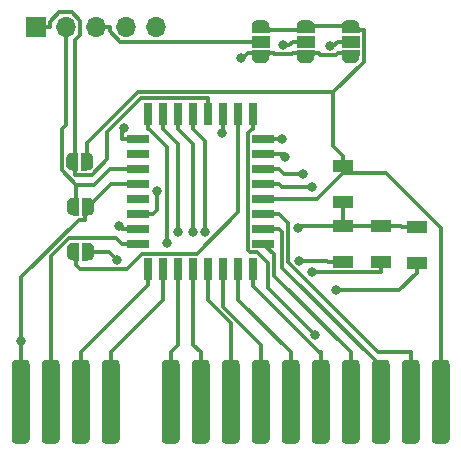
<source format=gbr>
G04 #@! TF.GenerationSoftware,KiCad,Pcbnew,5.0.0-rc2-be01b52~65~ubuntu18.04.1*
G04 #@! TF.CreationDate,2018-06-11T23:06:02+04:00*
G04 #@! TF.ProjectId,interface2_cartridge,696E74657266616365325F6361727472,rev?*
G04 #@! TF.SameCoordinates,Original*
G04 #@! TF.FileFunction,Copper,L1,Top,Signal*
G04 #@! TF.FilePolarity,Positive*
%FSLAX46Y46*%
G04 Gerber Fmt 4.6, Leading zero omitted, Abs format (unit mm)*
G04 Created by KiCad (PCBNEW 5.0.0-rc2-be01b52~65~ubuntu18.04.1) date Mon Jun 11 23:06:02 2018*
%MOMM*%
%LPD*%
G01*
G04 APERTURE LIST*
G04 #@! TA.AperFunction,Conductor*
%ADD10C,0.100000*%
G04 #@! TD*
G04 #@! TA.AperFunction,Conductor*
%ADD11C,1.524000*%
G04 #@! TD*
G04 #@! TA.AperFunction,SMDPad,CuDef*
%ADD12R,1.800000X1.070000*%
G04 #@! TD*
G04 #@! TA.AperFunction,SMDPad,CuDef*
%ADD13R,1.500000X0.500000*%
G04 #@! TD*
G04 #@! TA.AperFunction,SMDPad,CuDef*
%ADD14C,1.000000*%
G04 #@! TD*
G04 #@! TA.AperFunction,SMDPad,CuDef*
%ADD15R,1.500000X1.000000*%
G04 #@! TD*
G04 #@! TA.AperFunction,SMDPad,CuDef*
%ADD16R,0.700000X1.925000*%
G04 #@! TD*
G04 #@! TA.AperFunction,SMDPad,CuDef*
%ADD17R,1.925000X0.700000*%
G04 #@! TD*
G04 #@! TA.AperFunction,ComponentPad*
%ADD18R,1.700000X1.700000*%
G04 #@! TD*
G04 #@! TA.AperFunction,ComponentPad*
%ADD19O,1.700000X1.700000*%
G04 #@! TD*
G04 #@! TA.AperFunction,SMDPad,CuDef*
%ADD20R,0.500000X1.500000*%
G04 #@! TD*
G04 #@! TA.AperFunction,ViaPad*
%ADD21C,0.800000*%
G04 #@! TD*
G04 #@! TA.AperFunction,Conductor*
%ADD22C,0.300000*%
G04 #@! TD*
G04 APERTURE END LIST*
D10*
G04 #@! TO.N,+5V*
G04 #@! TO.C,J1*
G36*
X114718345Y-80265835D02*
X114755329Y-80271321D01*
X114791598Y-80280406D01*
X114826802Y-80293002D01*
X114860602Y-80308988D01*
X114892672Y-80328210D01*
X114922704Y-80350483D01*
X114950408Y-80375592D01*
X114975517Y-80403296D01*
X114997790Y-80433328D01*
X115017012Y-80465398D01*
X115032998Y-80499198D01*
X115045594Y-80534402D01*
X115054679Y-80570671D01*
X115060165Y-80607655D01*
X115062000Y-80645000D01*
X115062000Y-86995000D01*
X115060165Y-87032345D01*
X115054679Y-87069329D01*
X115045594Y-87105598D01*
X115032998Y-87140802D01*
X115017012Y-87174602D01*
X114997790Y-87206672D01*
X114975517Y-87236704D01*
X114950408Y-87264408D01*
X114922704Y-87289517D01*
X114892672Y-87311790D01*
X114860602Y-87331012D01*
X114826802Y-87346998D01*
X114791598Y-87359594D01*
X114755329Y-87368679D01*
X114718345Y-87374165D01*
X114681000Y-87376000D01*
X113919000Y-87376000D01*
X113881655Y-87374165D01*
X113844671Y-87368679D01*
X113808402Y-87359594D01*
X113773198Y-87346998D01*
X113739398Y-87331012D01*
X113707328Y-87311790D01*
X113677296Y-87289517D01*
X113649592Y-87264408D01*
X113624483Y-87236704D01*
X113602210Y-87206672D01*
X113582988Y-87174602D01*
X113567002Y-87140802D01*
X113554406Y-87105598D01*
X113545321Y-87069329D01*
X113539835Y-87032345D01*
X113538000Y-86995000D01*
X113538000Y-80645000D01*
X113539835Y-80607655D01*
X113545321Y-80570671D01*
X113554406Y-80534402D01*
X113567002Y-80499198D01*
X113582988Y-80465398D01*
X113602210Y-80433328D01*
X113624483Y-80403296D01*
X113649592Y-80375592D01*
X113677296Y-80350483D01*
X113707328Y-80328210D01*
X113739398Y-80308988D01*
X113773198Y-80293002D01*
X113808402Y-80280406D01*
X113844671Y-80271321D01*
X113881655Y-80265835D01*
X113919000Y-80264000D01*
X114681000Y-80264000D01*
X114718345Y-80265835D01*
X114718345Y-80265835D01*
G37*
D11*
X114300000Y-83820000D03*
D10*
G04 #@! TO.N,A12*
G36*
X117258345Y-80265835D02*
X117295329Y-80271321D01*
X117331598Y-80280406D01*
X117366802Y-80293002D01*
X117400602Y-80308988D01*
X117432672Y-80328210D01*
X117462704Y-80350483D01*
X117490408Y-80375592D01*
X117515517Y-80403296D01*
X117537790Y-80433328D01*
X117557012Y-80465398D01*
X117572998Y-80499198D01*
X117585594Y-80534402D01*
X117594679Y-80570671D01*
X117600165Y-80607655D01*
X117602000Y-80645000D01*
X117602000Y-86995000D01*
X117600165Y-87032345D01*
X117594679Y-87069329D01*
X117585594Y-87105598D01*
X117572998Y-87140802D01*
X117557012Y-87174602D01*
X117537790Y-87206672D01*
X117515517Y-87236704D01*
X117490408Y-87264408D01*
X117462704Y-87289517D01*
X117432672Y-87311790D01*
X117400602Y-87331012D01*
X117366802Y-87346998D01*
X117331598Y-87359594D01*
X117295329Y-87368679D01*
X117258345Y-87374165D01*
X117221000Y-87376000D01*
X116459000Y-87376000D01*
X116421655Y-87374165D01*
X116384671Y-87368679D01*
X116348402Y-87359594D01*
X116313198Y-87346998D01*
X116279398Y-87331012D01*
X116247328Y-87311790D01*
X116217296Y-87289517D01*
X116189592Y-87264408D01*
X116164483Y-87236704D01*
X116142210Y-87206672D01*
X116122988Y-87174602D01*
X116107002Y-87140802D01*
X116094406Y-87105598D01*
X116085321Y-87069329D01*
X116079835Y-87032345D01*
X116078000Y-86995000D01*
X116078000Y-80645000D01*
X116079835Y-80607655D01*
X116085321Y-80570671D01*
X116094406Y-80534402D01*
X116107002Y-80499198D01*
X116122988Y-80465398D01*
X116142210Y-80433328D01*
X116164483Y-80403296D01*
X116189592Y-80375592D01*
X116217296Y-80350483D01*
X116247328Y-80328210D01*
X116279398Y-80308988D01*
X116313198Y-80293002D01*
X116348402Y-80280406D01*
X116384671Y-80271321D01*
X116421655Y-80265835D01*
X116459000Y-80264000D01*
X117221000Y-80264000D01*
X117258345Y-80265835D01*
X117258345Y-80265835D01*
G37*
D11*
X116840000Y-83820000D03*
D10*
G04 #@! TO.N,A7*
G36*
X119798345Y-80265835D02*
X119835329Y-80271321D01*
X119871598Y-80280406D01*
X119906802Y-80293002D01*
X119940602Y-80308988D01*
X119972672Y-80328210D01*
X120002704Y-80350483D01*
X120030408Y-80375592D01*
X120055517Y-80403296D01*
X120077790Y-80433328D01*
X120097012Y-80465398D01*
X120112998Y-80499198D01*
X120125594Y-80534402D01*
X120134679Y-80570671D01*
X120140165Y-80607655D01*
X120142000Y-80645000D01*
X120142000Y-86995000D01*
X120140165Y-87032345D01*
X120134679Y-87069329D01*
X120125594Y-87105598D01*
X120112998Y-87140802D01*
X120097012Y-87174602D01*
X120077790Y-87206672D01*
X120055517Y-87236704D01*
X120030408Y-87264408D01*
X120002704Y-87289517D01*
X119972672Y-87311790D01*
X119940602Y-87331012D01*
X119906802Y-87346998D01*
X119871598Y-87359594D01*
X119835329Y-87368679D01*
X119798345Y-87374165D01*
X119761000Y-87376000D01*
X118999000Y-87376000D01*
X118961655Y-87374165D01*
X118924671Y-87368679D01*
X118888402Y-87359594D01*
X118853198Y-87346998D01*
X118819398Y-87331012D01*
X118787328Y-87311790D01*
X118757296Y-87289517D01*
X118729592Y-87264408D01*
X118704483Y-87236704D01*
X118682210Y-87206672D01*
X118662988Y-87174602D01*
X118647002Y-87140802D01*
X118634406Y-87105598D01*
X118625321Y-87069329D01*
X118619835Y-87032345D01*
X118618000Y-86995000D01*
X118618000Y-80645000D01*
X118619835Y-80607655D01*
X118625321Y-80570671D01*
X118634406Y-80534402D01*
X118647002Y-80499198D01*
X118662988Y-80465398D01*
X118682210Y-80433328D01*
X118704483Y-80403296D01*
X118729592Y-80375592D01*
X118757296Y-80350483D01*
X118787328Y-80328210D01*
X118819398Y-80308988D01*
X118853198Y-80293002D01*
X118888402Y-80280406D01*
X118924671Y-80271321D01*
X118961655Y-80265835D01*
X118999000Y-80264000D01*
X119761000Y-80264000D01*
X119798345Y-80265835D01*
X119798345Y-80265835D01*
G37*
D11*
X119380000Y-83820000D03*
D10*
G04 #@! TO.N,A6*
G36*
X122338345Y-80265835D02*
X122375329Y-80271321D01*
X122411598Y-80280406D01*
X122446802Y-80293002D01*
X122480602Y-80308988D01*
X122512672Y-80328210D01*
X122542704Y-80350483D01*
X122570408Y-80375592D01*
X122595517Y-80403296D01*
X122617790Y-80433328D01*
X122637012Y-80465398D01*
X122652998Y-80499198D01*
X122665594Y-80534402D01*
X122674679Y-80570671D01*
X122680165Y-80607655D01*
X122682000Y-80645000D01*
X122682000Y-86995000D01*
X122680165Y-87032345D01*
X122674679Y-87069329D01*
X122665594Y-87105598D01*
X122652998Y-87140802D01*
X122637012Y-87174602D01*
X122617790Y-87206672D01*
X122595517Y-87236704D01*
X122570408Y-87264408D01*
X122542704Y-87289517D01*
X122512672Y-87311790D01*
X122480602Y-87331012D01*
X122446802Y-87346998D01*
X122411598Y-87359594D01*
X122375329Y-87368679D01*
X122338345Y-87374165D01*
X122301000Y-87376000D01*
X121539000Y-87376000D01*
X121501655Y-87374165D01*
X121464671Y-87368679D01*
X121428402Y-87359594D01*
X121393198Y-87346998D01*
X121359398Y-87331012D01*
X121327328Y-87311790D01*
X121297296Y-87289517D01*
X121269592Y-87264408D01*
X121244483Y-87236704D01*
X121222210Y-87206672D01*
X121202988Y-87174602D01*
X121187002Y-87140802D01*
X121174406Y-87105598D01*
X121165321Y-87069329D01*
X121159835Y-87032345D01*
X121158000Y-86995000D01*
X121158000Y-80645000D01*
X121159835Y-80607655D01*
X121165321Y-80570671D01*
X121174406Y-80534402D01*
X121187002Y-80499198D01*
X121202988Y-80465398D01*
X121222210Y-80433328D01*
X121244483Y-80403296D01*
X121269592Y-80375592D01*
X121297296Y-80350483D01*
X121327328Y-80328210D01*
X121359398Y-80308988D01*
X121393198Y-80293002D01*
X121428402Y-80280406D01*
X121464671Y-80271321D01*
X121501655Y-80265835D01*
X121539000Y-80264000D01*
X122301000Y-80264000D01*
X122338345Y-80265835D01*
X122338345Y-80265835D01*
G37*
D11*
X121920000Y-83820000D03*
D10*
G04 #@! TO.N,A5*
G36*
X127418345Y-80265835D02*
X127455329Y-80271321D01*
X127491598Y-80280406D01*
X127526802Y-80293002D01*
X127560602Y-80308988D01*
X127592672Y-80328210D01*
X127622704Y-80350483D01*
X127650408Y-80375592D01*
X127675517Y-80403296D01*
X127697790Y-80433328D01*
X127717012Y-80465398D01*
X127732998Y-80499198D01*
X127745594Y-80534402D01*
X127754679Y-80570671D01*
X127760165Y-80607655D01*
X127762000Y-80645000D01*
X127762000Y-86995000D01*
X127760165Y-87032345D01*
X127754679Y-87069329D01*
X127745594Y-87105598D01*
X127732998Y-87140802D01*
X127717012Y-87174602D01*
X127697790Y-87206672D01*
X127675517Y-87236704D01*
X127650408Y-87264408D01*
X127622704Y-87289517D01*
X127592672Y-87311790D01*
X127560602Y-87331012D01*
X127526802Y-87346998D01*
X127491598Y-87359594D01*
X127455329Y-87368679D01*
X127418345Y-87374165D01*
X127381000Y-87376000D01*
X126619000Y-87376000D01*
X126581655Y-87374165D01*
X126544671Y-87368679D01*
X126508402Y-87359594D01*
X126473198Y-87346998D01*
X126439398Y-87331012D01*
X126407328Y-87311790D01*
X126377296Y-87289517D01*
X126349592Y-87264408D01*
X126324483Y-87236704D01*
X126302210Y-87206672D01*
X126282988Y-87174602D01*
X126267002Y-87140802D01*
X126254406Y-87105598D01*
X126245321Y-87069329D01*
X126239835Y-87032345D01*
X126238000Y-86995000D01*
X126238000Y-80645000D01*
X126239835Y-80607655D01*
X126245321Y-80570671D01*
X126254406Y-80534402D01*
X126267002Y-80499198D01*
X126282988Y-80465398D01*
X126302210Y-80433328D01*
X126324483Y-80403296D01*
X126349592Y-80375592D01*
X126377296Y-80350483D01*
X126407328Y-80328210D01*
X126439398Y-80308988D01*
X126473198Y-80293002D01*
X126508402Y-80280406D01*
X126544671Y-80271321D01*
X126581655Y-80265835D01*
X126619000Y-80264000D01*
X127381000Y-80264000D01*
X127418345Y-80265835D01*
X127418345Y-80265835D01*
G37*
D11*
X127000000Y-83820000D03*
D10*
G04 #@! TO.N,A4*
G36*
X129958345Y-80265835D02*
X129995329Y-80271321D01*
X130031598Y-80280406D01*
X130066802Y-80293002D01*
X130100602Y-80308988D01*
X130132672Y-80328210D01*
X130162704Y-80350483D01*
X130190408Y-80375592D01*
X130215517Y-80403296D01*
X130237790Y-80433328D01*
X130257012Y-80465398D01*
X130272998Y-80499198D01*
X130285594Y-80534402D01*
X130294679Y-80570671D01*
X130300165Y-80607655D01*
X130302000Y-80645000D01*
X130302000Y-86995000D01*
X130300165Y-87032345D01*
X130294679Y-87069329D01*
X130285594Y-87105598D01*
X130272998Y-87140802D01*
X130257012Y-87174602D01*
X130237790Y-87206672D01*
X130215517Y-87236704D01*
X130190408Y-87264408D01*
X130162704Y-87289517D01*
X130132672Y-87311790D01*
X130100602Y-87331012D01*
X130066802Y-87346998D01*
X130031598Y-87359594D01*
X129995329Y-87368679D01*
X129958345Y-87374165D01*
X129921000Y-87376000D01*
X129159000Y-87376000D01*
X129121655Y-87374165D01*
X129084671Y-87368679D01*
X129048402Y-87359594D01*
X129013198Y-87346998D01*
X128979398Y-87331012D01*
X128947328Y-87311790D01*
X128917296Y-87289517D01*
X128889592Y-87264408D01*
X128864483Y-87236704D01*
X128842210Y-87206672D01*
X128822988Y-87174602D01*
X128807002Y-87140802D01*
X128794406Y-87105598D01*
X128785321Y-87069329D01*
X128779835Y-87032345D01*
X128778000Y-86995000D01*
X128778000Y-80645000D01*
X128779835Y-80607655D01*
X128785321Y-80570671D01*
X128794406Y-80534402D01*
X128807002Y-80499198D01*
X128822988Y-80465398D01*
X128842210Y-80433328D01*
X128864483Y-80403296D01*
X128889592Y-80375592D01*
X128917296Y-80350483D01*
X128947328Y-80328210D01*
X128979398Y-80308988D01*
X129013198Y-80293002D01*
X129048402Y-80280406D01*
X129084671Y-80271321D01*
X129121655Y-80265835D01*
X129159000Y-80264000D01*
X129921000Y-80264000D01*
X129958345Y-80265835D01*
X129958345Y-80265835D01*
G37*
D11*
X129540000Y-83820000D03*
D10*
G04 #@! TO.N,A3*
G36*
X132498345Y-80265835D02*
X132535329Y-80271321D01*
X132571598Y-80280406D01*
X132606802Y-80293002D01*
X132640602Y-80308988D01*
X132672672Y-80328210D01*
X132702704Y-80350483D01*
X132730408Y-80375592D01*
X132755517Y-80403296D01*
X132777790Y-80433328D01*
X132797012Y-80465398D01*
X132812998Y-80499198D01*
X132825594Y-80534402D01*
X132834679Y-80570671D01*
X132840165Y-80607655D01*
X132842000Y-80645000D01*
X132842000Y-86995000D01*
X132840165Y-87032345D01*
X132834679Y-87069329D01*
X132825594Y-87105598D01*
X132812998Y-87140802D01*
X132797012Y-87174602D01*
X132777790Y-87206672D01*
X132755517Y-87236704D01*
X132730408Y-87264408D01*
X132702704Y-87289517D01*
X132672672Y-87311790D01*
X132640602Y-87331012D01*
X132606802Y-87346998D01*
X132571598Y-87359594D01*
X132535329Y-87368679D01*
X132498345Y-87374165D01*
X132461000Y-87376000D01*
X131699000Y-87376000D01*
X131661655Y-87374165D01*
X131624671Y-87368679D01*
X131588402Y-87359594D01*
X131553198Y-87346998D01*
X131519398Y-87331012D01*
X131487328Y-87311790D01*
X131457296Y-87289517D01*
X131429592Y-87264408D01*
X131404483Y-87236704D01*
X131382210Y-87206672D01*
X131362988Y-87174602D01*
X131347002Y-87140802D01*
X131334406Y-87105598D01*
X131325321Y-87069329D01*
X131319835Y-87032345D01*
X131318000Y-86995000D01*
X131318000Y-80645000D01*
X131319835Y-80607655D01*
X131325321Y-80570671D01*
X131334406Y-80534402D01*
X131347002Y-80499198D01*
X131362988Y-80465398D01*
X131382210Y-80433328D01*
X131404483Y-80403296D01*
X131429592Y-80375592D01*
X131457296Y-80350483D01*
X131487328Y-80328210D01*
X131519398Y-80308988D01*
X131553198Y-80293002D01*
X131588402Y-80280406D01*
X131624671Y-80271321D01*
X131661655Y-80265835D01*
X131699000Y-80264000D01*
X132461000Y-80264000D01*
X132498345Y-80265835D01*
X132498345Y-80265835D01*
G37*
D11*
X132080000Y-83820000D03*
D10*
G04 #@! TO.N,A2*
G36*
X135038345Y-80265835D02*
X135075329Y-80271321D01*
X135111598Y-80280406D01*
X135146802Y-80293002D01*
X135180602Y-80308988D01*
X135212672Y-80328210D01*
X135242704Y-80350483D01*
X135270408Y-80375592D01*
X135295517Y-80403296D01*
X135317790Y-80433328D01*
X135337012Y-80465398D01*
X135352998Y-80499198D01*
X135365594Y-80534402D01*
X135374679Y-80570671D01*
X135380165Y-80607655D01*
X135382000Y-80645000D01*
X135382000Y-86995000D01*
X135380165Y-87032345D01*
X135374679Y-87069329D01*
X135365594Y-87105598D01*
X135352998Y-87140802D01*
X135337012Y-87174602D01*
X135317790Y-87206672D01*
X135295517Y-87236704D01*
X135270408Y-87264408D01*
X135242704Y-87289517D01*
X135212672Y-87311790D01*
X135180602Y-87331012D01*
X135146802Y-87346998D01*
X135111598Y-87359594D01*
X135075329Y-87368679D01*
X135038345Y-87374165D01*
X135001000Y-87376000D01*
X134239000Y-87376000D01*
X134201655Y-87374165D01*
X134164671Y-87368679D01*
X134128402Y-87359594D01*
X134093198Y-87346998D01*
X134059398Y-87331012D01*
X134027328Y-87311790D01*
X133997296Y-87289517D01*
X133969592Y-87264408D01*
X133944483Y-87236704D01*
X133922210Y-87206672D01*
X133902988Y-87174602D01*
X133887002Y-87140802D01*
X133874406Y-87105598D01*
X133865321Y-87069329D01*
X133859835Y-87032345D01*
X133858000Y-86995000D01*
X133858000Y-80645000D01*
X133859835Y-80607655D01*
X133865321Y-80570671D01*
X133874406Y-80534402D01*
X133887002Y-80499198D01*
X133902988Y-80465398D01*
X133922210Y-80433328D01*
X133944483Y-80403296D01*
X133969592Y-80375592D01*
X133997296Y-80350483D01*
X134027328Y-80328210D01*
X134059398Y-80308988D01*
X134093198Y-80293002D01*
X134128402Y-80280406D01*
X134164671Y-80271321D01*
X134201655Y-80265835D01*
X134239000Y-80264000D01*
X135001000Y-80264000D01*
X135038345Y-80265835D01*
X135038345Y-80265835D01*
G37*
D11*
X134620000Y-83820000D03*
D10*
G04 #@! TO.N,A1*
G36*
X137578345Y-80265835D02*
X137615329Y-80271321D01*
X137651598Y-80280406D01*
X137686802Y-80293002D01*
X137720602Y-80308988D01*
X137752672Y-80328210D01*
X137782704Y-80350483D01*
X137810408Y-80375592D01*
X137835517Y-80403296D01*
X137857790Y-80433328D01*
X137877012Y-80465398D01*
X137892998Y-80499198D01*
X137905594Y-80534402D01*
X137914679Y-80570671D01*
X137920165Y-80607655D01*
X137922000Y-80645000D01*
X137922000Y-86995000D01*
X137920165Y-87032345D01*
X137914679Y-87069329D01*
X137905594Y-87105598D01*
X137892998Y-87140802D01*
X137877012Y-87174602D01*
X137857790Y-87206672D01*
X137835517Y-87236704D01*
X137810408Y-87264408D01*
X137782704Y-87289517D01*
X137752672Y-87311790D01*
X137720602Y-87331012D01*
X137686802Y-87346998D01*
X137651598Y-87359594D01*
X137615329Y-87368679D01*
X137578345Y-87374165D01*
X137541000Y-87376000D01*
X136779000Y-87376000D01*
X136741655Y-87374165D01*
X136704671Y-87368679D01*
X136668402Y-87359594D01*
X136633198Y-87346998D01*
X136599398Y-87331012D01*
X136567328Y-87311790D01*
X136537296Y-87289517D01*
X136509592Y-87264408D01*
X136484483Y-87236704D01*
X136462210Y-87206672D01*
X136442988Y-87174602D01*
X136427002Y-87140802D01*
X136414406Y-87105598D01*
X136405321Y-87069329D01*
X136399835Y-87032345D01*
X136398000Y-86995000D01*
X136398000Y-80645000D01*
X136399835Y-80607655D01*
X136405321Y-80570671D01*
X136414406Y-80534402D01*
X136427002Y-80499198D01*
X136442988Y-80465398D01*
X136462210Y-80433328D01*
X136484483Y-80403296D01*
X136509592Y-80375592D01*
X136537296Y-80350483D01*
X136567328Y-80328210D01*
X136599398Y-80308988D01*
X136633198Y-80293002D01*
X136668402Y-80280406D01*
X136704671Y-80271321D01*
X136741655Y-80265835D01*
X136779000Y-80264000D01*
X137541000Y-80264000D01*
X137578345Y-80265835D01*
X137578345Y-80265835D01*
G37*
D11*
X137160000Y-83820000D03*
D10*
G04 #@! TO.N,A0*
G36*
X140118345Y-80265835D02*
X140155329Y-80271321D01*
X140191598Y-80280406D01*
X140226802Y-80293002D01*
X140260602Y-80308988D01*
X140292672Y-80328210D01*
X140322704Y-80350483D01*
X140350408Y-80375592D01*
X140375517Y-80403296D01*
X140397790Y-80433328D01*
X140417012Y-80465398D01*
X140432998Y-80499198D01*
X140445594Y-80534402D01*
X140454679Y-80570671D01*
X140460165Y-80607655D01*
X140462000Y-80645000D01*
X140462000Y-86995000D01*
X140460165Y-87032345D01*
X140454679Y-87069329D01*
X140445594Y-87105598D01*
X140432998Y-87140802D01*
X140417012Y-87174602D01*
X140397790Y-87206672D01*
X140375517Y-87236704D01*
X140350408Y-87264408D01*
X140322704Y-87289517D01*
X140292672Y-87311790D01*
X140260602Y-87331012D01*
X140226802Y-87346998D01*
X140191598Y-87359594D01*
X140155329Y-87368679D01*
X140118345Y-87374165D01*
X140081000Y-87376000D01*
X139319000Y-87376000D01*
X139281655Y-87374165D01*
X139244671Y-87368679D01*
X139208402Y-87359594D01*
X139173198Y-87346998D01*
X139139398Y-87331012D01*
X139107328Y-87311790D01*
X139077296Y-87289517D01*
X139049592Y-87264408D01*
X139024483Y-87236704D01*
X139002210Y-87206672D01*
X138982988Y-87174602D01*
X138967002Y-87140802D01*
X138954406Y-87105598D01*
X138945321Y-87069329D01*
X138939835Y-87032345D01*
X138938000Y-86995000D01*
X138938000Y-80645000D01*
X138939835Y-80607655D01*
X138945321Y-80570671D01*
X138954406Y-80534402D01*
X138967002Y-80499198D01*
X138982988Y-80465398D01*
X139002210Y-80433328D01*
X139024483Y-80403296D01*
X139049592Y-80375592D01*
X139077296Y-80350483D01*
X139107328Y-80328210D01*
X139139398Y-80308988D01*
X139173198Y-80293002D01*
X139208402Y-80280406D01*
X139244671Y-80271321D01*
X139281655Y-80265835D01*
X139319000Y-80264000D01*
X140081000Y-80264000D01*
X140118345Y-80265835D01*
X140118345Y-80265835D01*
G37*
D11*
X139700000Y-83820000D03*
D10*
G04 #@! TO.N,D0*
G36*
X142658345Y-80265835D02*
X142695329Y-80271321D01*
X142731598Y-80280406D01*
X142766802Y-80293002D01*
X142800602Y-80308988D01*
X142832672Y-80328210D01*
X142862704Y-80350483D01*
X142890408Y-80375592D01*
X142915517Y-80403296D01*
X142937790Y-80433328D01*
X142957012Y-80465398D01*
X142972998Y-80499198D01*
X142985594Y-80534402D01*
X142994679Y-80570671D01*
X143000165Y-80607655D01*
X143002000Y-80645000D01*
X143002000Y-86995000D01*
X143000165Y-87032345D01*
X142994679Y-87069329D01*
X142985594Y-87105598D01*
X142972998Y-87140802D01*
X142957012Y-87174602D01*
X142937790Y-87206672D01*
X142915517Y-87236704D01*
X142890408Y-87264408D01*
X142862704Y-87289517D01*
X142832672Y-87311790D01*
X142800602Y-87331012D01*
X142766802Y-87346998D01*
X142731598Y-87359594D01*
X142695329Y-87368679D01*
X142658345Y-87374165D01*
X142621000Y-87376000D01*
X141859000Y-87376000D01*
X141821655Y-87374165D01*
X141784671Y-87368679D01*
X141748402Y-87359594D01*
X141713198Y-87346998D01*
X141679398Y-87331012D01*
X141647328Y-87311790D01*
X141617296Y-87289517D01*
X141589592Y-87264408D01*
X141564483Y-87236704D01*
X141542210Y-87206672D01*
X141522988Y-87174602D01*
X141507002Y-87140802D01*
X141494406Y-87105598D01*
X141485321Y-87069329D01*
X141479835Y-87032345D01*
X141478000Y-86995000D01*
X141478000Y-80645000D01*
X141479835Y-80607655D01*
X141485321Y-80570671D01*
X141494406Y-80534402D01*
X141507002Y-80499198D01*
X141522988Y-80465398D01*
X141542210Y-80433328D01*
X141564483Y-80403296D01*
X141589592Y-80375592D01*
X141617296Y-80350483D01*
X141647328Y-80328210D01*
X141679398Y-80308988D01*
X141713198Y-80293002D01*
X141748402Y-80280406D01*
X141784671Y-80271321D01*
X141821655Y-80265835D01*
X141859000Y-80264000D01*
X142621000Y-80264000D01*
X142658345Y-80265835D01*
X142658345Y-80265835D01*
G37*
D11*
X142240000Y-83820000D03*
D10*
G04 #@! TO.N,D1*
G36*
X145198345Y-80265835D02*
X145235329Y-80271321D01*
X145271598Y-80280406D01*
X145306802Y-80293002D01*
X145340602Y-80308988D01*
X145372672Y-80328210D01*
X145402704Y-80350483D01*
X145430408Y-80375592D01*
X145455517Y-80403296D01*
X145477790Y-80433328D01*
X145497012Y-80465398D01*
X145512998Y-80499198D01*
X145525594Y-80534402D01*
X145534679Y-80570671D01*
X145540165Y-80607655D01*
X145542000Y-80645000D01*
X145542000Y-86995000D01*
X145540165Y-87032345D01*
X145534679Y-87069329D01*
X145525594Y-87105598D01*
X145512998Y-87140802D01*
X145497012Y-87174602D01*
X145477790Y-87206672D01*
X145455517Y-87236704D01*
X145430408Y-87264408D01*
X145402704Y-87289517D01*
X145372672Y-87311790D01*
X145340602Y-87331012D01*
X145306802Y-87346998D01*
X145271598Y-87359594D01*
X145235329Y-87368679D01*
X145198345Y-87374165D01*
X145161000Y-87376000D01*
X144399000Y-87376000D01*
X144361655Y-87374165D01*
X144324671Y-87368679D01*
X144288402Y-87359594D01*
X144253198Y-87346998D01*
X144219398Y-87331012D01*
X144187328Y-87311790D01*
X144157296Y-87289517D01*
X144129592Y-87264408D01*
X144104483Y-87236704D01*
X144082210Y-87206672D01*
X144062988Y-87174602D01*
X144047002Y-87140802D01*
X144034406Y-87105598D01*
X144025321Y-87069329D01*
X144019835Y-87032345D01*
X144018000Y-86995000D01*
X144018000Y-80645000D01*
X144019835Y-80607655D01*
X144025321Y-80570671D01*
X144034406Y-80534402D01*
X144047002Y-80499198D01*
X144062988Y-80465398D01*
X144082210Y-80433328D01*
X144104483Y-80403296D01*
X144129592Y-80375592D01*
X144157296Y-80350483D01*
X144187328Y-80328210D01*
X144219398Y-80308988D01*
X144253198Y-80293002D01*
X144288402Y-80280406D01*
X144324671Y-80271321D01*
X144361655Y-80265835D01*
X144399000Y-80264000D01*
X145161000Y-80264000D01*
X145198345Y-80265835D01*
X145198345Y-80265835D01*
G37*
D11*
X144780000Y-83820000D03*
D10*
G04 #@! TO.N,D2*
G36*
X147738345Y-80265835D02*
X147775329Y-80271321D01*
X147811598Y-80280406D01*
X147846802Y-80293002D01*
X147880602Y-80308988D01*
X147912672Y-80328210D01*
X147942704Y-80350483D01*
X147970408Y-80375592D01*
X147995517Y-80403296D01*
X148017790Y-80433328D01*
X148037012Y-80465398D01*
X148052998Y-80499198D01*
X148065594Y-80534402D01*
X148074679Y-80570671D01*
X148080165Y-80607655D01*
X148082000Y-80645000D01*
X148082000Y-86995000D01*
X148080165Y-87032345D01*
X148074679Y-87069329D01*
X148065594Y-87105598D01*
X148052998Y-87140802D01*
X148037012Y-87174602D01*
X148017790Y-87206672D01*
X147995517Y-87236704D01*
X147970408Y-87264408D01*
X147942704Y-87289517D01*
X147912672Y-87311790D01*
X147880602Y-87331012D01*
X147846802Y-87346998D01*
X147811598Y-87359594D01*
X147775329Y-87368679D01*
X147738345Y-87374165D01*
X147701000Y-87376000D01*
X146939000Y-87376000D01*
X146901655Y-87374165D01*
X146864671Y-87368679D01*
X146828402Y-87359594D01*
X146793198Y-87346998D01*
X146759398Y-87331012D01*
X146727328Y-87311790D01*
X146697296Y-87289517D01*
X146669592Y-87264408D01*
X146644483Y-87236704D01*
X146622210Y-87206672D01*
X146602988Y-87174602D01*
X146587002Y-87140802D01*
X146574406Y-87105598D01*
X146565321Y-87069329D01*
X146559835Y-87032345D01*
X146558000Y-86995000D01*
X146558000Y-80645000D01*
X146559835Y-80607655D01*
X146565321Y-80570671D01*
X146574406Y-80534402D01*
X146587002Y-80499198D01*
X146602988Y-80465398D01*
X146622210Y-80433328D01*
X146644483Y-80403296D01*
X146669592Y-80375592D01*
X146697296Y-80350483D01*
X146727328Y-80328210D01*
X146759398Y-80308988D01*
X146793198Y-80293002D01*
X146828402Y-80280406D01*
X146864671Y-80271321D01*
X146901655Y-80265835D01*
X146939000Y-80264000D01*
X147701000Y-80264000D01*
X147738345Y-80265835D01*
X147738345Y-80265835D01*
G37*
D11*
X147320000Y-83820000D03*
D10*
G04 #@! TO.N,GND*
G36*
X150278345Y-80265835D02*
X150315329Y-80271321D01*
X150351598Y-80280406D01*
X150386802Y-80293002D01*
X150420602Y-80308988D01*
X150452672Y-80328210D01*
X150482704Y-80350483D01*
X150510408Y-80375592D01*
X150535517Y-80403296D01*
X150557790Y-80433328D01*
X150577012Y-80465398D01*
X150592998Y-80499198D01*
X150605594Y-80534402D01*
X150614679Y-80570671D01*
X150620165Y-80607655D01*
X150622000Y-80645000D01*
X150622000Y-86995000D01*
X150620165Y-87032345D01*
X150614679Y-87069329D01*
X150605594Y-87105598D01*
X150592998Y-87140802D01*
X150577012Y-87174602D01*
X150557790Y-87206672D01*
X150535517Y-87236704D01*
X150510408Y-87264408D01*
X150482704Y-87289517D01*
X150452672Y-87311790D01*
X150420602Y-87331012D01*
X150386802Y-87346998D01*
X150351598Y-87359594D01*
X150315329Y-87368679D01*
X150278345Y-87374165D01*
X150241000Y-87376000D01*
X149479000Y-87376000D01*
X149441655Y-87374165D01*
X149404671Y-87368679D01*
X149368402Y-87359594D01*
X149333198Y-87346998D01*
X149299398Y-87331012D01*
X149267328Y-87311790D01*
X149237296Y-87289517D01*
X149209592Y-87264408D01*
X149184483Y-87236704D01*
X149162210Y-87206672D01*
X149142988Y-87174602D01*
X149127002Y-87140802D01*
X149114406Y-87105598D01*
X149105321Y-87069329D01*
X149099835Y-87032345D01*
X149098000Y-86995000D01*
X149098000Y-80645000D01*
X149099835Y-80607655D01*
X149105321Y-80570671D01*
X149114406Y-80534402D01*
X149127002Y-80499198D01*
X149142988Y-80465398D01*
X149162210Y-80433328D01*
X149184483Y-80403296D01*
X149209592Y-80375592D01*
X149237296Y-80350483D01*
X149267328Y-80328210D01*
X149299398Y-80308988D01*
X149333198Y-80293002D01*
X149368402Y-80280406D01*
X149404671Y-80271321D01*
X149441655Y-80265835D01*
X149479000Y-80264000D01*
X150241000Y-80264000D01*
X150278345Y-80265835D01*
X150278345Y-80265835D01*
G37*
D11*
X149860000Y-83820000D03*
G04 #@! TD*
D12*
G04 #@! TO.P,D1,1*
G04 #@! TO.N,Net-(D1-Pad1)*
X141605000Y-68980000D03*
G04 #@! TO.P,D1,2*
G04 #@! TO.N,Net-(D1-Pad2)*
X141605000Y-71990000D03*
G04 #@! TD*
G04 #@! TO.P,D2,2*
G04 #@! TO.N,Net-(D2-Pad2)*
X144780000Y-71990000D03*
G04 #@! TO.P,D2,1*
G04 #@! TO.N,Net-(D1-Pad1)*
X144780000Y-68980000D03*
G04 #@! TD*
G04 #@! TO.P,D3,1*
G04 #@! TO.N,Net-(D1-Pad1)*
X147828000Y-69043500D03*
G04 #@! TO.P,D3,2*
G04 #@! TO.N,Net-(D3-Pad2)*
X147828000Y-72053500D03*
G04 #@! TD*
D13*
G04 #@! TO.P,JP14,3*
G04 #@! TO.N,GND*
X134620000Y-52340000D03*
D10*
G04 #@! TD*
G04 #@! TO.N,GND*
G04 #@! TO.C,JP14*
G36*
X134919009Y-51542407D02*
X134967545Y-51549606D01*
X135015142Y-51561529D01*
X135061342Y-51578059D01*
X135105698Y-51599038D01*
X135147785Y-51624264D01*
X135187197Y-51653494D01*
X135223553Y-51686446D01*
X135256505Y-51722802D01*
X135285735Y-51762214D01*
X135310961Y-51804301D01*
X135331940Y-51848657D01*
X135348470Y-51894857D01*
X135360393Y-51942454D01*
X135367592Y-51990990D01*
X135370000Y-52039999D01*
X135370000Y-52040001D01*
X135367592Y-52089010D01*
X135360393Y-52137546D01*
X135348470Y-52185143D01*
X135331940Y-52231343D01*
X135310961Y-52275699D01*
X135285735Y-52317786D01*
X135256505Y-52357198D01*
X135223553Y-52393554D01*
X135187197Y-52426506D01*
X135147785Y-52455736D01*
X135105698Y-52480962D01*
X135061342Y-52501941D01*
X135015142Y-52518471D01*
X134967545Y-52530394D01*
X134919009Y-52537593D01*
X134870000Y-52540001D01*
X134370000Y-52540001D01*
X134320991Y-52537593D01*
X134272455Y-52530394D01*
X134224858Y-52518471D01*
X134178658Y-52501941D01*
X134134302Y-52480962D01*
X134092215Y-52455736D01*
X134052803Y-52426506D01*
X134016447Y-52393554D01*
X133983495Y-52357198D01*
X133954265Y-52317786D01*
X133929039Y-52275699D01*
X133908060Y-52231343D01*
X133891530Y-52185143D01*
X133879607Y-52137546D01*
X133872408Y-52089010D01*
X133870000Y-52040001D01*
X133870000Y-52039999D01*
X133872408Y-51990990D01*
X133879607Y-51942454D01*
X133891530Y-51894857D01*
X133908060Y-51848657D01*
X133929039Y-51804301D01*
X133954265Y-51762214D01*
X133983495Y-51722802D01*
X134016447Y-51686446D01*
X134052803Y-51653494D01*
X134092215Y-51624264D01*
X134134302Y-51599038D01*
X134178658Y-51578059D01*
X134224858Y-51561529D01*
X134272455Y-51549606D01*
X134320991Y-51542407D01*
X134370000Y-51539999D01*
X134870000Y-51539999D01*
X134919009Y-51542407D01*
X134919009Y-51542407D01*
G37*
D14*
G04 #@! TO.P,JP14,3*
G04 #@! TO.N,GND*
X134620000Y-52040000D03*
D15*
G04 #@! TO.P,JP14,2*
G04 #@! TO.N,A14*
X134620000Y-53340000D03*
D13*
G04 #@! TO.P,JP14,1*
G04 #@! TO.N,+5V*
X134620000Y-54340000D03*
D10*
G04 #@! TD*
G04 #@! TO.N,+5V*
G04 #@! TO.C,JP14*
G36*
X134919009Y-54142407D02*
X134967545Y-54149606D01*
X135015142Y-54161529D01*
X135061342Y-54178059D01*
X135105698Y-54199038D01*
X135147785Y-54224264D01*
X135187197Y-54253494D01*
X135223553Y-54286446D01*
X135256505Y-54322802D01*
X135285735Y-54362214D01*
X135310961Y-54404301D01*
X135331940Y-54448657D01*
X135348470Y-54494857D01*
X135360393Y-54542454D01*
X135367592Y-54590990D01*
X135370000Y-54639999D01*
X135370000Y-54640001D01*
X135367592Y-54689010D01*
X135360393Y-54737546D01*
X135348470Y-54785143D01*
X135331940Y-54831343D01*
X135310961Y-54875699D01*
X135285735Y-54917786D01*
X135256505Y-54957198D01*
X135223553Y-54993554D01*
X135187197Y-55026506D01*
X135147785Y-55055736D01*
X135105698Y-55080962D01*
X135061342Y-55101941D01*
X135015142Y-55118471D01*
X134967545Y-55130394D01*
X134919009Y-55137593D01*
X134870000Y-55140001D01*
X134370000Y-55140001D01*
X134320991Y-55137593D01*
X134272455Y-55130394D01*
X134224858Y-55118471D01*
X134178658Y-55101941D01*
X134134302Y-55080962D01*
X134092215Y-55055736D01*
X134052803Y-55026506D01*
X134016447Y-54993554D01*
X133983495Y-54957198D01*
X133954265Y-54917786D01*
X133929039Y-54875699D01*
X133908060Y-54831343D01*
X133891530Y-54785143D01*
X133879607Y-54737546D01*
X133872408Y-54689010D01*
X133870000Y-54640001D01*
X133870000Y-54639999D01*
X133872408Y-54590990D01*
X133879607Y-54542454D01*
X133891530Y-54494857D01*
X133908060Y-54448657D01*
X133929039Y-54404301D01*
X133954265Y-54362214D01*
X133983495Y-54322802D01*
X134016447Y-54286446D01*
X134052803Y-54253494D01*
X134092215Y-54224264D01*
X134134302Y-54199038D01*
X134178658Y-54178059D01*
X134224858Y-54161529D01*
X134272455Y-54149606D01*
X134320991Y-54142407D01*
X134370000Y-54139999D01*
X134870000Y-54139999D01*
X134919009Y-54142407D01*
X134919009Y-54142407D01*
G37*
D14*
G04 #@! TO.P,JP14,1*
G04 #@! TO.N,+5V*
X134620000Y-54640000D03*
G04 #@! TD*
D10*
G04 #@! TO.N,+5V*
G04 #@! TO.C,JP15*
G36*
X138729009Y-54142407D02*
X138777545Y-54149606D01*
X138825142Y-54161529D01*
X138871342Y-54178059D01*
X138915698Y-54199038D01*
X138957785Y-54224264D01*
X138997197Y-54253494D01*
X139033553Y-54286446D01*
X139066505Y-54322802D01*
X139095735Y-54362214D01*
X139120961Y-54404301D01*
X139141940Y-54448657D01*
X139158470Y-54494857D01*
X139170393Y-54542454D01*
X139177592Y-54590990D01*
X139180000Y-54639999D01*
X139180000Y-54640001D01*
X139177592Y-54689010D01*
X139170393Y-54737546D01*
X139158470Y-54785143D01*
X139141940Y-54831343D01*
X139120961Y-54875699D01*
X139095735Y-54917786D01*
X139066505Y-54957198D01*
X139033553Y-54993554D01*
X138997197Y-55026506D01*
X138957785Y-55055736D01*
X138915698Y-55080962D01*
X138871342Y-55101941D01*
X138825142Y-55118471D01*
X138777545Y-55130394D01*
X138729009Y-55137593D01*
X138680000Y-55140001D01*
X138180000Y-55140001D01*
X138130991Y-55137593D01*
X138082455Y-55130394D01*
X138034858Y-55118471D01*
X137988658Y-55101941D01*
X137944302Y-55080962D01*
X137902215Y-55055736D01*
X137862803Y-55026506D01*
X137826447Y-54993554D01*
X137793495Y-54957198D01*
X137764265Y-54917786D01*
X137739039Y-54875699D01*
X137718060Y-54831343D01*
X137701530Y-54785143D01*
X137689607Y-54737546D01*
X137682408Y-54689010D01*
X137680000Y-54640001D01*
X137680000Y-54639999D01*
X137682408Y-54590990D01*
X137689607Y-54542454D01*
X137701530Y-54494857D01*
X137718060Y-54448657D01*
X137739039Y-54404301D01*
X137764265Y-54362214D01*
X137793495Y-54322802D01*
X137826447Y-54286446D01*
X137862803Y-54253494D01*
X137902215Y-54224264D01*
X137944302Y-54199038D01*
X137988658Y-54178059D01*
X138034858Y-54161529D01*
X138082455Y-54149606D01*
X138130991Y-54142407D01*
X138180000Y-54139999D01*
X138680000Y-54139999D01*
X138729009Y-54142407D01*
X138729009Y-54142407D01*
G37*
D14*
G04 #@! TD*
G04 #@! TO.P,JP15,1*
G04 #@! TO.N,+5V*
X138430000Y-54640000D03*
D13*
G04 #@! TO.P,JP15,1*
G04 #@! TO.N,+5V*
X138430000Y-54340000D03*
D15*
G04 #@! TO.P,JP15,2*
G04 #@! TO.N,A15*
X138430000Y-53340000D03*
D10*
G04 #@! TD*
G04 #@! TO.N,GND*
G04 #@! TO.C,JP15*
G36*
X138729009Y-51542407D02*
X138777545Y-51549606D01*
X138825142Y-51561529D01*
X138871342Y-51578059D01*
X138915698Y-51599038D01*
X138957785Y-51624264D01*
X138997197Y-51653494D01*
X139033553Y-51686446D01*
X139066505Y-51722802D01*
X139095735Y-51762214D01*
X139120961Y-51804301D01*
X139141940Y-51848657D01*
X139158470Y-51894857D01*
X139170393Y-51942454D01*
X139177592Y-51990990D01*
X139180000Y-52039999D01*
X139180000Y-52040001D01*
X139177592Y-52089010D01*
X139170393Y-52137546D01*
X139158470Y-52185143D01*
X139141940Y-52231343D01*
X139120961Y-52275699D01*
X139095735Y-52317786D01*
X139066505Y-52357198D01*
X139033553Y-52393554D01*
X138997197Y-52426506D01*
X138957785Y-52455736D01*
X138915698Y-52480962D01*
X138871342Y-52501941D01*
X138825142Y-52518471D01*
X138777545Y-52530394D01*
X138729009Y-52537593D01*
X138680000Y-52540001D01*
X138180000Y-52540001D01*
X138130991Y-52537593D01*
X138082455Y-52530394D01*
X138034858Y-52518471D01*
X137988658Y-52501941D01*
X137944302Y-52480962D01*
X137902215Y-52455736D01*
X137862803Y-52426506D01*
X137826447Y-52393554D01*
X137793495Y-52357198D01*
X137764265Y-52317786D01*
X137739039Y-52275699D01*
X137718060Y-52231343D01*
X137701530Y-52185143D01*
X137689607Y-52137546D01*
X137682408Y-52089010D01*
X137680000Y-52040001D01*
X137680000Y-52039999D01*
X137682408Y-51990990D01*
X137689607Y-51942454D01*
X137701530Y-51894857D01*
X137718060Y-51848657D01*
X137739039Y-51804301D01*
X137764265Y-51762214D01*
X137793495Y-51722802D01*
X137826447Y-51686446D01*
X137862803Y-51653494D01*
X137902215Y-51624264D01*
X137944302Y-51599038D01*
X137988658Y-51578059D01*
X138034858Y-51561529D01*
X138082455Y-51549606D01*
X138130991Y-51542407D01*
X138180000Y-51539999D01*
X138680000Y-51539999D01*
X138729009Y-51542407D01*
X138729009Y-51542407D01*
G37*
D14*
G04 #@! TO.P,JP15,3*
G04 #@! TO.N,GND*
X138430000Y-52040000D03*
D13*
X138430000Y-52340000D03*
G04 #@! TD*
D10*
G04 #@! TO.N,+5V*
G04 #@! TO.C,JP16*
G36*
X142539009Y-54142407D02*
X142587545Y-54149606D01*
X142635142Y-54161529D01*
X142681342Y-54178059D01*
X142725698Y-54199038D01*
X142767785Y-54224264D01*
X142807197Y-54253494D01*
X142843553Y-54286446D01*
X142876505Y-54322802D01*
X142905735Y-54362214D01*
X142930961Y-54404301D01*
X142951940Y-54448657D01*
X142968470Y-54494857D01*
X142980393Y-54542454D01*
X142987592Y-54590990D01*
X142990000Y-54639999D01*
X142990000Y-54640001D01*
X142987592Y-54689010D01*
X142980393Y-54737546D01*
X142968470Y-54785143D01*
X142951940Y-54831343D01*
X142930961Y-54875699D01*
X142905735Y-54917786D01*
X142876505Y-54957198D01*
X142843553Y-54993554D01*
X142807197Y-55026506D01*
X142767785Y-55055736D01*
X142725698Y-55080962D01*
X142681342Y-55101941D01*
X142635142Y-55118471D01*
X142587545Y-55130394D01*
X142539009Y-55137593D01*
X142490000Y-55140001D01*
X141990000Y-55140001D01*
X141940991Y-55137593D01*
X141892455Y-55130394D01*
X141844858Y-55118471D01*
X141798658Y-55101941D01*
X141754302Y-55080962D01*
X141712215Y-55055736D01*
X141672803Y-55026506D01*
X141636447Y-54993554D01*
X141603495Y-54957198D01*
X141574265Y-54917786D01*
X141549039Y-54875699D01*
X141528060Y-54831343D01*
X141511530Y-54785143D01*
X141499607Y-54737546D01*
X141492408Y-54689010D01*
X141490000Y-54640001D01*
X141490000Y-54639999D01*
X141492408Y-54590990D01*
X141499607Y-54542454D01*
X141511530Y-54494857D01*
X141528060Y-54448657D01*
X141549039Y-54404301D01*
X141574265Y-54362214D01*
X141603495Y-54322802D01*
X141636447Y-54286446D01*
X141672803Y-54253494D01*
X141712215Y-54224264D01*
X141754302Y-54199038D01*
X141798658Y-54178059D01*
X141844858Y-54161529D01*
X141892455Y-54149606D01*
X141940991Y-54142407D01*
X141990000Y-54139999D01*
X142490000Y-54139999D01*
X142539009Y-54142407D01*
X142539009Y-54142407D01*
G37*
D14*
G04 #@! TD*
G04 #@! TO.P,JP16,1*
G04 #@! TO.N,+5V*
X142240000Y-54640000D03*
D13*
G04 #@! TO.P,JP16,1*
G04 #@! TO.N,+5V*
X142240000Y-54340000D03*
D15*
G04 #@! TO.P,JP16,2*
G04 #@! TO.N,A16*
X142240000Y-53340000D03*
D10*
G04 #@! TD*
G04 #@! TO.N,GND*
G04 #@! TO.C,JP16*
G36*
X142539009Y-51542407D02*
X142587545Y-51549606D01*
X142635142Y-51561529D01*
X142681342Y-51578059D01*
X142725698Y-51599038D01*
X142767785Y-51624264D01*
X142807197Y-51653494D01*
X142843553Y-51686446D01*
X142876505Y-51722802D01*
X142905735Y-51762214D01*
X142930961Y-51804301D01*
X142951940Y-51848657D01*
X142968470Y-51894857D01*
X142980393Y-51942454D01*
X142987592Y-51990990D01*
X142990000Y-52039999D01*
X142990000Y-52040001D01*
X142987592Y-52089010D01*
X142980393Y-52137546D01*
X142968470Y-52185143D01*
X142951940Y-52231343D01*
X142930961Y-52275699D01*
X142905735Y-52317786D01*
X142876505Y-52357198D01*
X142843553Y-52393554D01*
X142807197Y-52426506D01*
X142767785Y-52455736D01*
X142725698Y-52480962D01*
X142681342Y-52501941D01*
X142635142Y-52518471D01*
X142587545Y-52530394D01*
X142539009Y-52537593D01*
X142490000Y-52540001D01*
X141990000Y-52540001D01*
X141940991Y-52537593D01*
X141892455Y-52530394D01*
X141844858Y-52518471D01*
X141798658Y-52501941D01*
X141754302Y-52480962D01*
X141712215Y-52455736D01*
X141672803Y-52426506D01*
X141636447Y-52393554D01*
X141603495Y-52357198D01*
X141574265Y-52317786D01*
X141549039Y-52275699D01*
X141528060Y-52231343D01*
X141511530Y-52185143D01*
X141499607Y-52137546D01*
X141492408Y-52089010D01*
X141490000Y-52040001D01*
X141490000Y-52039999D01*
X141492408Y-51990990D01*
X141499607Y-51942454D01*
X141511530Y-51894857D01*
X141528060Y-51848657D01*
X141549039Y-51804301D01*
X141574265Y-51762214D01*
X141603495Y-51722802D01*
X141636447Y-51686446D01*
X141672803Y-51653494D01*
X141712215Y-51624264D01*
X141754302Y-51599038D01*
X141798658Y-51578059D01*
X141844858Y-51561529D01*
X141892455Y-51549606D01*
X141940991Y-51542407D01*
X141990000Y-51539999D01*
X142490000Y-51539999D01*
X142539009Y-51542407D01*
X142539009Y-51542407D01*
G37*
D14*
G04 #@! TO.P,JP16,3*
G04 #@! TO.N,GND*
X142240000Y-52040000D03*
D13*
X142240000Y-52340000D03*
G04 #@! TD*
D12*
G04 #@! TO.P,R1,1*
G04 #@! TO.N,Net-(D1-Pad1)*
X141605000Y-66910000D03*
G04 #@! TO.P,R1,2*
G04 #@! TO.N,GND*
X141605000Y-63900000D03*
G04 #@! TD*
D16*
G04 #@! TO.P,U1,1*
G04 #@! TO.N,A11*
X128905000Y-59447500D03*
G04 #@! TO.P,U1,2*
G04 #@! TO.N,A9*
X127635000Y-59447500D03*
G04 #@! TO.P,U1,3*
G04 #@! TO.N,A8*
X126365000Y-59447500D03*
G04 #@! TO.P,U1,4*
G04 #@! TO.N,A13*
X125095000Y-59447500D03*
G04 #@! TO.P,U1,32*
G04 #@! TO.N,Net-(J2-Pad1)*
X130175000Y-59447500D03*
G04 #@! TO.P,U1,31*
G04 #@! TO.N,A10*
X131445000Y-59447500D03*
G04 #@! TO.P,U1,30*
G04 #@! TO.N,Net-(JPCE1-Pad1)*
X132715000Y-59447500D03*
G04 #@! TO.P,U1,29*
G04 #@! TO.N,D7*
X133985000Y-59447500D03*
D17*
G04 #@! TO.P,U1,5*
G04 #@! TO.N,A14*
X124217500Y-61595000D03*
G04 #@! TO.P,U1,6*
G04 #@! TO.N,N/C*
X124217500Y-62865000D03*
G04 #@! TO.P,U1,7*
G04 #@! TO.N,Net-(J2-Pad2)*
X124217500Y-64135000D03*
G04 #@! TO.P,U1,8*
G04 #@! TO.N,+5V*
X124217500Y-65405000D03*
G04 #@! TO.P,U1,9*
G04 #@! TO.N,N/C*
X124217500Y-66675000D03*
G04 #@! TO.P,U1,10*
G04 #@! TO.N,A16*
X124217500Y-67945000D03*
G04 #@! TO.P,U1,11*
G04 #@! TO.N,A15*
X124217500Y-69215000D03*
G04 #@! TO.P,U1,12*
G04 #@! TO.N,A12*
X124217500Y-70485000D03*
D16*
G04 #@! TO.P,U1,13*
G04 #@! TO.N,A7*
X125095000Y-72632500D03*
G04 #@! TO.P,U1,14*
G04 #@! TO.N,A6*
X126365000Y-72632500D03*
G04 #@! TO.P,U1,15*
G04 #@! TO.N,A5*
X127635000Y-72632500D03*
G04 #@! TO.P,U1,16*
G04 #@! TO.N,A4*
X128905000Y-72632500D03*
G04 #@! TO.P,U1,17*
G04 #@! TO.N,A3*
X130175000Y-72632500D03*
G04 #@! TO.P,U1,18*
G04 #@! TO.N,A2*
X131445000Y-72632500D03*
G04 #@! TO.P,U1,19*
G04 #@! TO.N,A1*
X132715000Y-72632500D03*
G04 #@! TO.P,U1,20*
G04 #@! TO.N,A0*
X133985000Y-72632500D03*
D17*
G04 #@! TO.P,U1,21*
G04 #@! TO.N,D0*
X134862500Y-70485000D03*
G04 #@! TO.P,U1,22*
G04 #@! TO.N,D1*
X134862500Y-69215000D03*
G04 #@! TO.P,U1,23*
G04 #@! TO.N,D2*
X134862500Y-67945000D03*
G04 #@! TO.P,U1,24*
G04 #@! TO.N,GND*
X134862500Y-66675000D03*
G04 #@! TO.P,U1,25*
G04 #@! TO.N,D3*
X134862500Y-65405000D03*
G04 #@! TO.P,U1,26*
G04 #@! TO.N,D4*
X134862500Y-64135000D03*
G04 #@! TO.P,U1,27*
G04 #@! TO.N,D5*
X134862500Y-62865000D03*
G04 #@! TO.P,U1,28*
G04 #@! TO.N,D6*
X134862500Y-61595000D03*
G04 #@! TD*
D18*
G04 #@! TO.P,J2,1*
G04 #@! TO.N,Net-(J2-Pad1)*
X115570000Y-52070000D03*
D19*
G04 #@! TO.P,J2,2*
G04 #@! TO.N,Net-(J2-Pad2)*
X118110000Y-52070000D03*
G04 #@! TO.P,J2,3*
G04 #@! TO.N,A14*
X120650000Y-52070000D03*
G04 #@! TO.P,J2,4*
G04 #@! TO.N,A15*
X123190000Y-52070000D03*
G04 #@! TO.P,J2,5*
G04 #@! TO.N,A16*
X125730000Y-52070000D03*
G04 #@! TD*
D20*
G04 #@! TO.P,JPOE1,2*
G04 #@! TO.N,GND*
X119710000Y-63500000D03*
G04 #@! TO.P,JPOE1,1*
G04 #@! TO.N,Net-(J2-Pad1)*
X118910000Y-63500000D03*
D10*
G04 #@! TD*
G04 #@! TO.N,Net-(J2-Pad1)*
G04 #@! TO.C,JPOE1*
G36*
X118709010Y-62752408D02*
X118757546Y-62759607D01*
X118805143Y-62771530D01*
X118851343Y-62788060D01*
X118895699Y-62809039D01*
X118937786Y-62834265D01*
X118977198Y-62863495D01*
X119013554Y-62896447D01*
X119046506Y-62932803D01*
X119075736Y-62972215D01*
X119100962Y-63014302D01*
X119121941Y-63058658D01*
X119138471Y-63104858D01*
X119150394Y-63152455D01*
X119157593Y-63200991D01*
X119160001Y-63250000D01*
X119160001Y-63750000D01*
X119157593Y-63799009D01*
X119150394Y-63847545D01*
X119138471Y-63895142D01*
X119121941Y-63941342D01*
X119100962Y-63985698D01*
X119075736Y-64027785D01*
X119046506Y-64067197D01*
X119013554Y-64103553D01*
X118977198Y-64136505D01*
X118937786Y-64165735D01*
X118895699Y-64190961D01*
X118851343Y-64211940D01*
X118805143Y-64228470D01*
X118757546Y-64240393D01*
X118709010Y-64247592D01*
X118660001Y-64250000D01*
X118659999Y-64250000D01*
X118610990Y-64247592D01*
X118562454Y-64240393D01*
X118514857Y-64228470D01*
X118468657Y-64211940D01*
X118424301Y-64190961D01*
X118382214Y-64165735D01*
X118342802Y-64136505D01*
X118306446Y-64103553D01*
X118273494Y-64067197D01*
X118244264Y-64027785D01*
X118219038Y-63985698D01*
X118198059Y-63941342D01*
X118181529Y-63895142D01*
X118169606Y-63847545D01*
X118162407Y-63799009D01*
X118159999Y-63750000D01*
X118159999Y-63250000D01*
X118162407Y-63200991D01*
X118169606Y-63152455D01*
X118181529Y-63104858D01*
X118198059Y-63058658D01*
X118219038Y-63014302D01*
X118244264Y-62972215D01*
X118273494Y-62932803D01*
X118306446Y-62896447D01*
X118342802Y-62863495D01*
X118382214Y-62834265D01*
X118424301Y-62809039D01*
X118468657Y-62788060D01*
X118514857Y-62771530D01*
X118562454Y-62759607D01*
X118610990Y-62752408D01*
X118659999Y-62750000D01*
X118660001Y-62750000D01*
X118709010Y-62752408D01*
X118709010Y-62752408D01*
G37*
D14*
G04 #@! TO.P,JPOE1,1*
G04 #@! TO.N,Net-(J2-Pad1)*
X118660000Y-63500000D03*
D10*
G04 #@! TD*
G04 #@! TO.N,GND*
G04 #@! TO.C,JPOE1*
G36*
X120009010Y-62752408D02*
X120057546Y-62759607D01*
X120105143Y-62771530D01*
X120151343Y-62788060D01*
X120195699Y-62809039D01*
X120237786Y-62834265D01*
X120277198Y-62863495D01*
X120313554Y-62896447D01*
X120346506Y-62932803D01*
X120375736Y-62972215D01*
X120400962Y-63014302D01*
X120421941Y-63058658D01*
X120438471Y-63104858D01*
X120450394Y-63152455D01*
X120457593Y-63200991D01*
X120460001Y-63250000D01*
X120460001Y-63750000D01*
X120457593Y-63799009D01*
X120450394Y-63847545D01*
X120438471Y-63895142D01*
X120421941Y-63941342D01*
X120400962Y-63985698D01*
X120375736Y-64027785D01*
X120346506Y-64067197D01*
X120313554Y-64103553D01*
X120277198Y-64136505D01*
X120237786Y-64165735D01*
X120195699Y-64190961D01*
X120151343Y-64211940D01*
X120105143Y-64228470D01*
X120057546Y-64240393D01*
X120009010Y-64247592D01*
X119960001Y-64250000D01*
X119959999Y-64250000D01*
X119910990Y-64247592D01*
X119862454Y-64240393D01*
X119814857Y-64228470D01*
X119768657Y-64211940D01*
X119724301Y-64190961D01*
X119682214Y-64165735D01*
X119642802Y-64136505D01*
X119606446Y-64103553D01*
X119573494Y-64067197D01*
X119544264Y-64027785D01*
X119519038Y-63985698D01*
X119498059Y-63941342D01*
X119481529Y-63895142D01*
X119469606Y-63847545D01*
X119462407Y-63799009D01*
X119459999Y-63750000D01*
X119459999Y-63250000D01*
X119462407Y-63200991D01*
X119469606Y-63152455D01*
X119481529Y-63104858D01*
X119498059Y-63058658D01*
X119519038Y-63014302D01*
X119544264Y-62972215D01*
X119573494Y-62932803D01*
X119606446Y-62896447D01*
X119642802Y-62863495D01*
X119682214Y-62834265D01*
X119724301Y-62809039D01*
X119768657Y-62788060D01*
X119814857Y-62771530D01*
X119862454Y-62759607D01*
X119910990Y-62752408D01*
X119959999Y-62750000D01*
X119960001Y-62750000D01*
X120009010Y-62752408D01*
X120009010Y-62752408D01*
G37*
D14*
G04 #@! TO.P,JPOE1,2*
G04 #@! TO.N,GND*
X119960000Y-63500000D03*
G04 #@! TD*
D10*
G04 #@! TO.N,Net-(J2-Pad2)*
G04 #@! TO.C,JPWR1*
G36*
X118779010Y-66562408D02*
X118827546Y-66569607D01*
X118875143Y-66581530D01*
X118921343Y-66598060D01*
X118965699Y-66619039D01*
X119007786Y-66644265D01*
X119047198Y-66673495D01*
X119083554Y-66706447D01*
X119116506Y-66742803D01*
X119145736Y-66782215D01*
X119170962Y-66824302D01*
X119191941Y-66868658D01*
X119208471Y-66914858D01*
X119220394Y-66962455D01*
X119227593Y-67010991D01*
X119230001Y-67060000D01*
X119230001Y-67560000D01*
X119227593Y-67609009D01*
X119220394Y-67657545D01*
X119208471Y-67705142D01*
X119191941Y-67751342D01*
X119170962Y-67795698D01*
X119145736Y-67837785D01*
X119116506Y-67877197D01*
X119083554Y-67913553D01*
X119047198Y-67946505D01*
X119007786Y-67975735D01*
X118965699Y-68000961D01*
X118921343Y-68021940D01*
X118875143Y-68038470D01*
X118827546Y-68050393D01*
X118779010Y-68057592D01*
X118730001Y-68060000D01*
X118729999Y-68060000D01*
X118680990Y-68057592D01*
X118632454Y-68050393D01*
X118584857Y-68038470D01*
X118538657Y-68021940D01*
X118494301Y-68000961D01*
X118452214Y-67975735D01*
X118412802Y-67946505D01*
X118376446Y-67913553D01*
X118343494Y-67877197D01*
X118314264Y-67837785D01*
X118289038Y-67795698D01*
X118268059Y-67751342D01*
X118251529Y-67705142D01*
X118239606Y-67657545D01*
X118232407Y-67609009D01*
X118229999Y-67560000D01*
X118229999Y-67060000D01*
X118232407Y-67010991D01*
X118239606Y-66962455D01*
X118251529Y-66914858D01*
X118268059Y-66868658D01*
X118289038Y-66824302D01*
X118314264Y-66782215D01*
X118343494Y-66742803D01*
X118376446Y-66706447D01*
X118412802Y-66673495D01*
X118452214Y-66644265D01*
X118494301Y-66619039D01*
X118538657Y-66598060D01*
X118584857Y-66581530D01*
X118632454Y-66569607D01*
X118680990Y-66562408D01*
X118729999Y-66560000D01*
X118730001Y-66560000D01*
X118779010Y-66562408D01*
X118779010Y-66562408D01*
G37*
D14*
G04 #@! TD*
G04 #@! TO.P,JPWR1,2*
G04 #@! TO.N,Net-(J2-Pad2)*
X118730000Y-67310000D03*
D10*
G04 #@! TO.N,+5V*
G04 #@! TO.C,JPWR1*
G36*
X120079010Y-66562408D02*
X120127546Y-66569607D01*
X120175143Y-66581530D01*
X120221343Y-66598060D01*
X120265699Y-66619039D01*
X120307786Y-66644265D01*
X120347198Y-66673495D01*
X120383554Y-66706447D01*
X120416506Y-66742803D01*
X120445736Y-66782215D01*
X120470962Y-66824302D01*
X120491941Y-66868658D01*
X120508471Y-66914858D01*
X120520394Y-66962455D01*
X120527593Y-67010991D01*
X120530001Y-67060000D01*
X120530001Y-67560000D01*
X120527593Y-67609009D01*
X120520394Y-67657545D01*
X120508471Y-67705142D01*
X120491941Y-67751342D01*
X120470962Y-67795698D01*
X120445736Y-67837785D01*
X120416506Y-67877197D01*
X120383554Y-67913553D01*
X120347198Y-67946505D01*
X120307786Y-67975735D01*
X120265699Y-68000961D01*
X120221343Y-68021940D01*
X120175143Y-68038470D01*
X120127546Y-68050393D01*
X120079010Y-68057592D01*
X120030001Y-68060000D01*
X120029999Y-68060000D01*
X119980990Y-68057592D01*
X119932454Y-68050393D01*
X119884857Y-68038470D01*
X119838657Y-68021940D01*
X119794301Y-68000961D01*
X119752214Y-67975735D01*
X119712802Y-67946505D01*
X119676446Y-67913553D01*
X119643494Y-67877197D01*
X119614264Y-67837785D01*
X119589038Y-67795698D01*
X119568059Y-67751342D01*
X119551529Y-67705142D01*
X119539606Y-67657545D01*
X119532407Y-67609009D01*
X119529999Y-67560000D01*
X119529999Y-67060000D01*
X119532407Y-67010991D01*
X119539606Y-66962455D01*
X119551529Y-66914858D01*
X119568059Y-66868658D01*
X119589038Y-66824302D01*
X119614264Y-66782215D01*
X119643494Y-66742803D01*
X119676446Y-66706447D01*
X119712802Y-66673495D01*
X119752214Y-66644265D01*
X119794301Y-66619039D01*
X119838657Y-66598060D01*
X119884857Y-66581530D01*
X119932454Y-66569607D01*
X119980990Y-66562408D01*
X120029999Y-66560000D01*
X120030001Y-66560000D01*
X120079010Y-66562408D01*
X120079010Y-66562408D01*
G37*
D14*
G04 #@! TD*
G04 #@! TO.P,JPWR1,1*
G04 #@! TO.N,+5V*
X120030000Y-67310000D03*
D20*
G04 #@! TO.P,JPWR1,1*
G04 #@! TO.N,+5V*
X119780000Y-67310000D03*
G04 #@! TO.P,JPWR1,2*
G04 #@! TO.N,Net-(J2-Pad2)*
X118980000Y-67310000D03*
G04 #@! TD*
D10*
G04 #@! TO.N,Net-(D1-Pad1)*
G04 #@! TO.C,JPCE1*
G36*
X120079010Y-70372408D02*
X120127546Y-70379607D01*
X120175143Y-70391530D01*
X120221343Y-70408060D01*
X120265699Y-70429039D01*
X120307786Y-70454265D01*
X120347198Y-70483495D01*
X120383554Y-70516447D01*
X120416506Y-70552803D01*
X120445736Y-70592215D01*
X120470962Y-70634302D01*
X120491941Y-70678658D01*
X120508471Y-70724858D01*
X120520394Y-70772455D01*
X120527593Y-70820991D01*
X120530001Y-70870000D01*
X120530001Y-71370000D01*
X120527593Y-71419009D01*
X120520394Y-71467545D01*
X120508471Y-71515142D01*
X120491941Y-71561342D01*
X120470962Y-71605698D01*
X120445736Y-71647785D01*
X120416506Y-71687197D01*
X120383554Y-71723553D01*
X120347198Y-71756505D01*
X120307786Y-71785735D01*
X120265699Y-71810961D01*
X120221343Y-71831940D01*
X120175143Y-71848470D01*
X120127546Y-71860393D01*
X120079010Y-71867592D01*
X120030001Y-71870000D01*
X120029999Y-71870000D01*
X119980990Y-71867592D01*
X119932454Y-71860393D01*
X119884857Y-71848470D01*
X119838657Y-71831940D01*
X119794301Y-71810961D01*
X119752214Y-71785735D01*
X119712802Y-71756505D01*
X119676446Y-71723553D01*
X119643494Y-71687197D01*
X119614264Y-71647785D01*
X119589038Y-71605698D01*
X119568059Y-71561342D01*
X119551529Y-71515142D01*
X119539606Y-71467545D01*
X119532407Y-71419009D01*
X119529999Y-71370000D01*
X119529999Y-70870000D01*
X119532407Y-70820991D01*
X119539606Y-70772455D01*
X119551529Y-70724858D01*
X119568059Y-70678658D01*
X119589038Y-70634302D01*
X119614264Y-70592215D01*
X119643494Y-70552803D01*
X119676446Y-70516447D01*
X119712802Y-70483495D01*
X119752214Y-70454265D01*
X119794301Y-70429039D01*
X119838657Y-70408060D01*
X119884857Y-70391530D01*
X119932454Y-70379607D01*
X119980990Y-70372408D01*
X120029999Y-70370000D01*
X120030001Y-70370000D01*
X120079010Y-70372408D01*
X120079010Y-70372408D01*
G37*
D14*
G04 #@! TD*
G04 #@! TO.P,JPCE1,2*
G04 #@! TO.N,Net-(D1-Pad1)*
X120030000Y-71120000D03*
D10*
G04 #@! TO.N,Net-(JPCE1-Pad1)*
G04 #@! TO.C,JPCE1*
G36*
X118779010Y-70372408D02*
X118827546Y-70379607D01*
X118875143Y-70391530D01*
X118921343Y-70408060D01*
X118965699Y-70429039D01*
X119007786Y-70454265D01*
X119047198Y-70483495D01*
X119083554Y-70516447D01*
X119116506Y-70552803D01*
X119145736Y-70592215D01*
X119170962Y-70634302D01*
X119191941Y-70678658D01*
X119208471Y-70724858D01*
X119220394Y-70772455D01*
X119227593Y-70820991D01*
X119230001Y-70870000D01*
X119230001Y-71370000D01*
X119227593Y-71419009D01*
X119220394Y-71467545D01*
X119208471Y-71515142D01*
X119191941Y-71561342D01*
X119170962Y-71605698D01*
X119145736Y-71647785D01*
X119116506Y-71687197D01*
X119083554Y-71723553D01*
X119047198Y-71756505D01*
X119007786Y-71785735D01*
X118965699Y-71810961D01*
X118921343Y-71831940D01*
X118875143Y-71848470D01*
X118827546Y-71860393D01*
X118779010Y-71867592D01*
X118730001Y-71870000D01*
X118729999Y-71870000D01*
X118680990Y-71867592D01*
X118632454Y-71860393D01*
X118584857Y-71848470D01*
X118538657Y-71831940D01*
X118494301Y-71810961D01*
X118452214Y-71785735D01*
X118412802Y-71756505D01*
X118376446Y-71723553D01*
X118343494Y-71687197D01*
X118314264Y-71647785D01*
X118289038Y-71605698D01*
X118268059Y-71561342D01*
X118251529Y-71515142D01*
X118239606Y-71467545D01*
X118232407Y-71419009D01*
X118229999Y-71370000D01*
X118229999Y-70870000D01*
X118232407Y-70820991D01*
X118239606Y-70772455D01*
X118251529Y-70724858D01*
X118268059Y-70678658D01*
X118289038Y-70634302D01*
X118314264Y-70592215D01*
X118343494Y-70552803D01*
X118376446Y-70516447D01*
X118412802Y-70483495D01*
X118452214Y-70454265D01*
X118494301Y-70429039D01*
X118538657Y-70408060D01*
X118584857Y-70391530D01*
X118632454Y-70379607D01*
X118680990Y-70372408D01*
X118729999Y-70370000D01*
X118730001Y-70370000D01*
X118779010Y-70372408D01*
X118779010Y-70372408D01*
G37*
D14*
G04 #@! TD*
G04 #@! TO.P,JPCE1,1*
G04 #@! TO.N,Net-(JPCE1-Pad1)*
X118730000Y-71120000D03*
D20*
G04 #@! TO.P,JPCE1,1*
G04 #@! TO.N,Net-(JPCE1-Pad1)*
X118980000Y-71120000D03*
G04 #@! TO.P,JPCE1,2*
G04 #@! TO.N,Net-(D1-Pad1)*
X119780000Y-71120000D03*
G04 #@! TD*
D21*
G04 #@! TO.N,Net-(D1-Pad1)*
X137799100Y-69154200D03*
X122433700Y-71802900D03*
G04 #@! TO.N,Net-(D1-Pad2)*
X137873500Y-71878200D03*
G04 #@! TO.N,Net-(D2-Pad2)*
X138945000Y-72875300D03*
G04 #@! TO.N,Net-(D3-Pad2)*
X141035800Y-74401800D03*
G04 #@! TO.N,D3*
X138978300Y-65638200D03*
G04 #@! TO.N,D4*
X138184500Y-64549000D03*
G04 #@! TO.N,D5*
X136701400Y-63072000D03*
G04 #@! TO.N,D6*
X136426400Y-61595000D03*
G04 #@! TO.N,D7*
X139208200Y-78149500D03*
G04 #@! TO.N,A10*
X131370800Y-61053100D03*
G04 #@! TO.N,A11*
X129915000Y-69460900D03*
G04 #@! TO.N,A9*
X128914600Y-69496500D03*
G04 #@! TO.N,A8*
X127641300Y-69487400D03*
G04 #@! TO.N,A13*
X126684600Y-70367500D03*
G04 #@! TO.N,+5V*
X132974100Y-54692200D03*
X114332000Y-78658000D03*
G04 #@! TO.N,A14*
X123069900Y-60618100D03*
G04 #@! TO.N,A15*
X122654200Y-68964500D03*
X136476900Y-53638900D03*
G04 #@! TO.N,A16*
X140470900Y-53725000D03*
X125890700Y-66025700D03*
G04 #@! TD*
D22*
G04 #@! TO.N,Net-(D1-Pad1)*
X140354700Y-68980000D02*
X137973300Y-68980000D01*
X137973300Y-68980000D02*
X137799100Y-69154200D01*
X141605000Y-68980000D02*
X140354700Y-68980000D01*
X120030000Y-71120000D02*
X121750800Y-71120000D01*
X121750800Y-71120000D02*
X122433700Y-71802900D01*
X119780000Y-71120000D02*
X120030000Y-71120000D01*
X141605000Y-66910000D02*
X141605000Y-67795300D01*
X141605000Y-67795300D02*
X141605000Y-68094700D01*
X141605000Y-68980000D02*
X141605000Y-68094700D01*
X141605000Y-68980000D02*
X143529700Y-68980000D01*
X144780000Y-68980000D02*
X143529700Y-68980000D01*
X144780000Y-68980000D02*
X146514200Y-68980000D01*
X146514200Y-68980000D02*
X146577700Y-69043500D01*
X147828000Y-69043500D02*
X146577700Y-69043500D01*
G04 #@! TO.N,Net-(D1-Pad2)*
X141605000Y-71990000D02*
X140354700Y-71990000D01*
X137873500Y-71878200D02*
X140242900Y-71878200D01*
X140242900Y-71878200D02*
X140354700Y-71990000D01*
G04 #@! TO.N,Net-(D2-Pad2)*
X144780000Y-72875300D02*
X138945000Y-72875300D01*
X144780000Y-71990000D02*
X144780000Y-72875300D01*
G04 #@! TO.N,Net-(D3-Pad2)*
X147828000Y-72938800D02*
X146365000Y-74401800D01*
X146365000Y-74401800D02*
X141035800Y-74401800D01*
X147828000Y-72053500D02*
X147828000Y-72938800D01*
G04 #@! TO.N,D3*
X134862500Y-65405000D02*
X136175300Y-65405000D01*
X136175300Y-65405000D02*
X136408500Y-65638200D01*
X136408500Y-65638200D02*
X138978300Y-65638200D01*
G04 #@! TO.N,D4*
X136175300Y-64135000D02*
X136589300Y-64549000D01*
X136589300Y-64549000D02*
X138184500Y-64549000D01*
X134862500Y-64135000D02*
X136175300Y-64135000D01*
G04 #@! TO.N,D5*
X134862500Y-62865000D02*
X136494400Y-62865000D01*
X136494400Y-62865000D02*
X136701400Y-63072000D01*
G04 #@! TO.N,D6*
X134862500Y-61595000D02*
X136426400Y-61595000D01*
G04 #@! TO.N,D7*
X133985000Y-60760300D02*
X133872400Y-60760300D01*
X133872400Y-60760300D02*
X133534900Y-61097800D01*
X133534900Y-61097800D02*
X133534900Y-70973300D01*
X133534900Y-70973300D02*
X133747000Y-71185400D01*
X133747000Y-71185400D02*
X134356000Y-71185400D01*
X134356000Y-71185400D02*
X135238200Y-72067600D01*
X135238200Y-72067600D02*
X135238200Y-74179500D01*
X135238200Y-74179500D02*
X139208200Y-78149500D01*
X133985000Y-59447500D02*
X133985000Y-60760300D01*
G04 #@! TO.N,A10*
X131445000Y-60760300D02*
X131370800Y-60834500D01*
X131370800Y-60834500D02*
X131370800Y-61053100D01*
X131445000Y-59447500D02*
X131445000Y-60760300D01*
G04 #@! TO.N,A11*
X128905000Y-60760300D02*
X129915000Y-61770300D01*
X129915000Y-61770300D02*
X129915000Y-69460900D01*
X128905000Y-59447500D02*
X128905000Y-60760300D01*
G04 #@! TO.N,A9*
X127635000Y-60760300D02*
X128914600Y-62039900D01*
X128914600Y-62039900D02*
X128914600Y-69496500D01*
X127635000Y-59447500D02*
X127635000Y-60760300D01*
G04 #@! TO.N,A8*
X126365000Y-59447500D02*
X126365000Y-60760300D01*
X126365000Y-60760300D02*
X127641300Y-62036600D01*
X127641300Y-62036600D02*
X127641300Y-69487400D01*
G04 #@! TO.N,A13*
X125095000Y-59447500D02*
X125095000Y-60760300D01*
X125095000Y-60760300D02*
X125203800Y-60760300D01*
X125203800Y-60760300D02*
X126684600Y-62241100D01*
X126684600Y-62241100D02*
X126684600Y-70367500D01*
G04 #@! TO.N,+5V*
X139530300Y-54340000D02*
X139665600Y-54475300D01*
X139665600Y-54475300D02*
X141004400Y-54475300D01*
X141004400Y-54475300D02*
X141139700Y-54340000D01*
X119780000Y-67310000D02*
X119780000Y-68410300D01*
X119780000Y-67310000D02*
X120030000Y-67310000D01*
X119780000Y-68410300D02*
X119205500Y-68410300D01*
X119205500Y-68410300D02*
X114332000Y-73283800D01*
X114332000Y-73283800D02*
X114332000Y-78658000D01*
X134620000Y-54340000D02*
X133519700Y-54340000D01*
X132974100Y-54692200D02*
X133167500Y-54692200D01*
X133167500Y-54692200D02*
X133519700Y-54340000D01*
X124217500Y-65405000D02*
X122904700Y-65405000D01*
X120030000Y-67310000D02*
X121935000Y-65405000D01*
X121935000Y-65405000D02*
X122904700Y-65405000D01*
X134620000Y-54340000D02*
X135720300Y-54340000D01*
X135720300Y-54340000D02*
X135769500Y-54389200D01*
X135769500Y-54389200D02*
X137280500Y-54389200D01*
X137280500Y-54389200D02*
X137329700Y-54340000D01*
X142240000Y-54340000D02*
X141139700Y-54340000D01*
X134620000Y-54640000D02*
X134620000Y-54340000D01*
X114332000Y-78658000D02*
X114300000Y-78690000D01*
X114300000Y-78690000D02*
X114300000Y-83820000D01*
X138430000Y-54340000D02*
X139530300Y-54340000D01*
X142240000Y-54340000D02*
X142240000Y-54640000D01*
X138130000Y-54340000D02*
X138430000Y-54640000D01*
X138430000Y-54340000D02*
X138130000Y-54340000D01*
X137879900Y-54340000D02*
X137329700Y-54340000D01*
X137879900Y-54340000D02*
X138130000Y-54340000D01*
G04 #@! TO.N,GND*
X141605000Y-63900000D02*
X141605000Y-63014700D01*
X140764800Y-57629500D02*
X143358100Y-55036200D01*
X143358100Y-55036200D02*
X143358100Y-52357800D01*
X143358100Y-52357800D02*
X143340300Y-52340000D01*
X119960000Y-63500000D02*
X119960000Y-61911500D01*
X119960000Y-61911500D02*
X124242000Y-57629500D01*
X124242000Y-57629500D02*
X140764800Y-57629500D01*
X140764800Y-57629500D02*
X140764800Y-62174500D01*
X140764800Y-62174500D02*
X141605000Y-63014700D01*
X141605000Y-64495900D02*
X145260300Y-64495900D01*
X145260300Y-64495900D02*
X149860000Y-69095600D01*
X149860000Y-69095600D02*
X149860000Y-83820000D01*
X141605000Y-64342600D02*
X141605000Y-64495900D01*
X141605000Y-64495900D02*
X139425900Y-66675000D01*
X139425900Y-66675000D02*
X134862500Y-66675000D01*
X141605000Y-63900000D02*
X141605000Y-64342600D01*
X142240000Y-52340000D02*
X143340300Y-52340000D01*
X119960000Y-63500000D02*
X119710000Y-63500000D01*
X142240000Y-52340000D02*
X142240000Y-52040000D01*
X142240000Y-52040000D02*
X138430000Y-52040000D01*
X134620000Y-52340000D02*
X135720300Y-52340000D01*
X137329700Y-52340000D02*
X135720300Y-52340000D01*
X138130000Y-52340000D02*
X138430000Y-52040000D01*
X138430000Y-52340000D02*
X138130000Y-52340000D01*
X137879900Y-52340000D02*
X137329700Y-52340000D01*
X137879900Y-52340000D02*
X138130000Y-52340000D01*
X134620000Y-52040000D02*
X134620000Y-52340000D01*
G04 #@! TO.N,D2*
X147320000Y-83820000D02*
X147320000Y-79659700D01*
X134862500Y-67945000D02*
X136175300Y-67945000D01*
X136175300Y-67945000D02*
X136953100Y-68722800D01*
X136953100Y-68722800D02*
X136953100Y-72018800D01*
X136953100Y-72018800D02*
X144594000Y-79659700D01*
X144594000Y-79659700D02*
X147320000Y-79659700D01*
G04 #@! TO.N,D1*
X136175300Y-69215000D02*
X136452700Y-69492400D01*
X136452700Y-69492400D02*
X136452700Y-72505500D01*
X136452700Y-72505500D02*
X144780000Y-80832800D01*
X144780000Y-80832800D02*
X144780000Y-83820000D01*
X134862500Y-69215000D02*
X136175300Y-69215000D01*
G04 #@! TO.N,D0*
X142240000Y-83820000D02*
X142240000Y-79659700D01*
X134862500Y-70485000D02*
X135738600Y-71361100D01*
X135738600Y-71361100D02*
X135738600Y-73158300D01*
X135738600Y-73158300D02*
X142240000Y-79659700D01*
G04 #@! TO.N,A0*
X139700000Y-79659700D02*
X139601700Y-79659700D01*
X139601700Y-79659700D02*
X133985000Y-74043000D01*
X133985000Y-74043000D02*
X133985000Y-72632500D01*
X139700000Y-83820000D02*
X139700000Y-79659700D01*
G04 #@! TO.N,A1*
X137160000Y-83820000D02*
X137160000Y-79659700D01*
X132715000Y-72632500D02*
X132715000Y-75214700D01*
X132715000Y-75214700D02*
X137160000Y-79659700D01*
G04 #@! TO.N,A2*
X131445000Y-72632500D02*
X131445000Y-75820500D01*
X131445000Y-75820500D02*
X134620000Y-78995500D01*
X134620000Y-78995500D02*
X134620000Y-83820000D01*
G04 #@! TO.N,A3*
X130175000Y-72632500D02*
X130175000Y-75258200D01*
X130175000Y-75258200D02*
X132080000Y-77163200D01*
X132080000Y-77163200D02*
X132080000Y-83820000D01*
G04 #@! TO.N,A4*
X129540000Y-83820000D02*
X129540000Y-79659700D01*
X128905000Y-72632500D02*
X128905000Y-79024700D01*
X128905000Y-79024700D02*
X129540000Y-79659700D01*
G04 #@! TO.N,A5*
X127000000Y-83820000D02*
X127000000Y-79659700D01*
X127635000Y-72632500D02*
X127635000Y-79024700D01*
X127635000Y-79024700D02*
X127000000Y-79659700D01*
G04 #@! TO.N,A6*
X121920000Y-83820000D02*
X121920000Y-79659700D01*
X126365000Y-72632500D02*
X126365000Y-75214700D01*
X126365000Y-75214700D02*
X121920000Y-79659700D01*
G04 #@! TO.N,A7*
X119380000Y-83820000D02*
X119380000Y-79659700D01*
X125095000Y-72632500D02*
X125095000Y-73945300D01*
X125095000Y-73945300D02*
X119380600Y-79659700D01*
X119380600Y-79659700D02*
X119380000Y-79659700D01*
G04 #@! TO.N,A12*
X116840000Y-79659700D02*
X116840000Y-71513100D01*
X116840000Y-71513100D02*
X118367900Y-69985200D01*
X118367900Y-69985200D02*
X122404900Y-69985200D01*
X122404900Y-69985200D02*
X122904700Y-70485000D01*
X124217500Y-70485000D02*
X122904700Y-70485000D01*
X116840000Y-83820000D02*
X116840000Y-79659700D01*
G04 #@! TO.N,A14*
X122904700Y-61595000D02*
X122904700Y-60783300D01*
X122904700Y-60783300D02*
X123069900Y-60618100D01*
X124217500Y-61595000D02*
X122904700Y-61595000D01*
X120650000Y-52070000D02*
X121850300Y-52070000D01*
X121850300Y-52070000D02*
X121850300Y-52445100D01*
X121850300Y-52445100D02*
X122745200Y-53340000D01*
X122745200Y-53340000D02*
X134620000Y-53340000D01*
G04 #@! TO.N,A15*
X122904700Y-69215000D02*
X122654200Y-68964500D01*
X124217500Y-69215000D02*
X122904700Y-69215000D01*
X138430000Y-53340000D02*
X137329700Y-53340000D01*
X136476900Y-53638900D02*
X137030800Y-53638900D01*
X137030800Y-53638900D02*
X137329700Y-53340000D01*
G04 #@! TO.N,A16*
X142240000Y-53340000D02*
X141139700Y-53340000D01*
X140470900Y-53725000D02*
X140754700Y-53725000D01*
X140754700Y-53725000D02*
X141139700Y-53340000D01*
X125890700Y-66025700D02*
X125890700Y-67584600D01*
X125890700Y-67584600D02*
X125530300Y-67945000D01*
X124217500Y-67945000D02*
X125530300Y-67945000D01*
G04 #@! TO.N,Net-(J2-Pad1)*
X118910000Y-63500000D02*
X118910000Y-53170200D01*
X118910000Y-53170200D02*
X119321200Y-52759000D01*
X119321200Y-52759000D02*
X119321200Y-51562500D01*
X119321200Y-51562500D02*
X118628400Y-50869700D01*
X118628400Y-50869700D02*
X117595400Y-50869700D01*
X117595400Y-50869700D02*
X116770300Y-51694800D01*
X116770300Y-51694800D02*
X116770300Y-52070000D01*
X115570000Y-52070000D02*
X116770300Y-52070000D01*
X118660000Y-63500000D02*
X118910000Y-63500000D01*
X118910000Y-64600300D02*
X118915700Y-64606000D01*
X118915700Y-64606000D02*
X120345200Y-64606000D01*
X120345200Y-64606000D02*
X121632000Y-63319200D01*
X121632000Y-63319200D02*
X121632000Y-60969200D01*
X121632000Y-60969200D02*
X124466500Y-58134700D01*
X124466500Y-58134700D02*
X130175000Y-58134700D01*
X118910000Y-63500000D02*
X118910000Y-64600300D01*
X130175000Y-59447500D02*
X130175000Y-58134700D01*
G04 #@! TO.N,Net-(J2-Pad2)*
X118980000Y-65458400D02*
X120553900Y-65458400D01*
X120553900Y-65458400D02*
X121877300Y-64135000D01*
X121877300Y-64135000D02*
X124217500Y-64135000D01*
X118980000Y-66209700D02*
X118980000Y-65458400D01*
X118980000Y-65458400D02*
X117774700Y-64253100D01*
X117774700Y-64253100D02*
X117774700Y-60703200D01*
X117774700Y-60703200D02*
X118110000Y-60367900D01*
X118110000Y-60367900D02*
X118110000Y-52070000D01*
X118980000Y-67310000D02*
X118980000Y-66209700D01*
X118980000Y-67310000D02*
X118730000Y-67310000D01*
G04 #@! TO.N,Net-(JPCE1-Pad1)*
X118980000Y-71120000D02*
X118980000Y-72220300D01*
X118980000Y-72220300D02*
X119328800Y-72569100D01*
X119328800Y-72569100D02*
X123329000Y-72569100D01*
X123329000Y-72569100D02*
X124601900Y-71296200D01*
X124601900Y-71296200D02*
X129210300Y-71296200D01*
X129210300Y-71296200D02*
X132715000Y-67791500D01*
X132715000Y-67791500D02*
X132715000Y-59447500D01*
X118980000Y-71120000D02*
X118730000Y-71120000D01*
G04 #@! TD*
M02*

</source>
